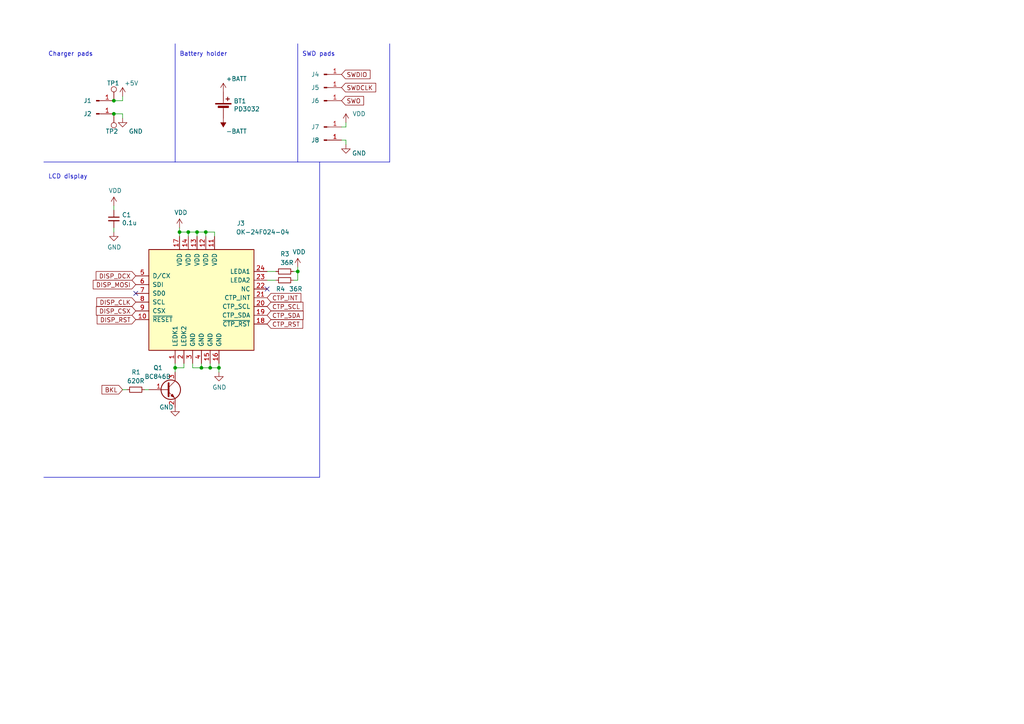
<source format=kicad_sch>
(kicad_sch (version 20230121) (generator eeschema)

  (uuid 640b9fc2-da93-478f-8e37-bea7dc3a1c83)

  (paper "A4")

  (title_block
    (title "Connectors")
  )

  (lib_symbols
    (symbol "Connector:TestPoint" (pin_numbers hide) (pin_names (offset 0.762) hide) (in_bom yes) (on_board yes)
      (property "Reference" "TP" (at 0 6.858 0)
        (effects (font (size 1.27 1.27)))
      )
      (property "Value" "TestPoint" (at 0 5.08 0)
        (effects (font (size 1.27 1.27)))
      )
      (property "Footprint" "" (at 5.08 0 0)
        (effects (font (size 1.27 1.27)) hide)
      )
      (property "Datasheet" "~" (at 5.08 0 0)
        (effects (font (size 1.27 1.27)) hide)
      )
      (property "ki_keywords" "test point tp" (at 0 0 0)
        (effects (font (size 1.27 1.27)) hide)
      )
      (property "ki_description" "test point" (at 0 0 0)
        (effects (font (size 1.27 1.27)) hide)
      )
      (property "ki_fp_filters" "Pin* Test*" (at 0 0 0)
        (effects (font (size 1.27 1.27)) hide)
      )
      (symbol "TestPoint_0_1"
        (circle (center 0 3.302) (radius 0.762)
          (stroke (width 0) (type default))
          (fill (type none))
        )
      )
      (symbol "TestPoint_1_1"
        (pin passive line (at 0 0 90) (length 2.54)
          (name "1" (effects (font (size 1.27 1.27))))
          (number "1" (effects (font (size 1.27 1.27))))
        )
      )
    )
    (symbol "Device:Battery_Cell" (pin_numbers hide) (pin_names (offset 0) hide) (in_bom yes) (on_board yes)
      (property "Reference" "BT" (at 2.54 2.54 0)
        (effects (font (size 1.27 1.27)) (justify left))
      )
      (property "Value" "Battery_Cell" (at 2.54 0 0)
        (effects (font (size 1.27 1.27)) (justify left))
      )
      (property "Footprint" "" (at 0 1.524 90)
        (effects (font (size 1.27 1.27)) hide)
      )
      (property "Datasheet" "~" (at 0 1.524 90)
        (effects (font (size 1.27 1.27)) hide)
      )
      (property "ki_keywords" "battery cell" (at 0 0 0)
        (effects (font (size 1.27 1.27)) hide)
      )
      (property "ki_description" "Single-cell battery" (at 0 0 0)
        (effects (font (size 1.27 1.27)) hide)
      )
      (symbol "Battery_Cell_0_1"
        (rectangle (start -2.286 1.778) (end 2.286 1.524)
          (stroke (width 0) (type default))
          (fill (type outline))
        )
        (rectangle (start -1.524 1.016) (end 1.524 0.508)
          (stroke (width 0) (type default))
          (fill (type outline))
        )
        (polyline
          (pts
            (xy 0 0.762)
            (xy 0 0)
          )
          (stroke (width 0) (type default))
          (fill (type none))
        )
        (polyline
          (pts
            (xy 0 1.778)
            (xy 0 2.54)
          )
          (stroke (width 0) (type default))
          (fill (type none))
        )
        (polyline
          (pts
            (xy 0.762 3.048)
            (xy 1.778 3.048)
          )
          (stroke (width 0.254) (type default))
          (fill (type none))
        )
        (polyline
          (pts
            (xy 1.27 3.556)
            (xy 1.27 2.54)
          )
          (stroke (width 0.254) (type default))
          (fill (type none))
        )
      )
      (symbol "Battery_Cell_1_1"
        (pin passive line (at 0 5.08 270) (length 2.54)
          (name "+" (effects (font (size 1.27 1.27))))
          (number "1" (effects (font (size 1.27 1.27))))
        )
        (pin passive line (at 0 -2.54 90) (length 2.54)
          (name "-" (effects (font (size 1.27 1.27))))
          (number "2" (effects (font (size 1.27 1.27))))
        )
      )
    )
    (symbol "Device:C_Small" (pin_numbers hide) (pin_names (offset 0.254) hide) (in_bom yes) (on_board yes)
      (property "Reference" "C" (at 0.254 1.778 0)
        (effects (font (size 1.27 1.27)) (justify left))
      )
      (property "Value" "C_Small" (at 0.254 -2.032 0)
        (effects (font (size 1.27 1.27)) (justify left))
      )
      (property "Footprint" "" (at 0 0 0)
        (effects (font (size 1.27 1.27)) hide)
      )
      (property "Datasheet" "~" (at 0 0 0)
        (effects (font (size 1.27 1.27)) hide)
      )
      (property "ki_keywords" "capacitor cap" (at 0 0 0)
        (effects (font (size 1.27 1.27)) hide)
      )
      (property "ki_description" "Unpolarized capacitor, small symbol" (at 0 0 0)
        (effects (font (size 1.27 1.27)) hide)
      )
      (property "ki_fp_filters" "C_*" (at 0 0 0)
        (effects (font (size 1.27 1.27)) hide)
      )
      (symbol "C_Small_0_1"
        (polyline
          (pts
            (xy -1.524 -0.508)
            (xy 1.524 -0.508)
          )
          (stroke (width 0.3302) (type default))
          (fill (type none))
        )
        (polyline
          (pts
            (xy -1.524 0.508)
            (xy 1.524 0.508)
          )
          (stroke (width 0.3048) (type default))
          (fill (type none))
        )
      )
      (symbol "C_Small_1_1"
        (pin passive line (at 0 2.54 270) (length 2.032)
          (name "~" (effects (font (size 1.27 1.27))))
          (number "1" (effects (font (size 1.27 1.27))))
        )
        (pin passive line (at 0 -2.54 90) (length 2.032)
          (name "~" (effects (font (size 1.27 1.27))))
          (number "2" (effects (font (size 1.27 1.27))))
        )
      )
    )
    (symbol "Device:Q_NPN_BEC" (pin_names (offset 0) hide) (in_bom yes) (on_board yes)
      (property "Reference" "Q" (at 5.08 1.27 0)
        (effects (font (size 1.27 1.27)) (justify left))
      )
      (property "Value" "Q_NPN_BEC" (at 5.08 -1.27 0)
        (effects (font (size 1.27 1.27)) (justify left))
      )
      (property "Footprint" "" (at 5.08 2.54 0)
        (effects (font (size 1.27 1.27)) hide)
      )
      (property "Datasheet" "~" (at 0 0 0)
        (effects (font (size 1.27 1.27)) hide)
      )
      (property "ki_keywords" "transistor NPN" (at 0 0 0)
        (effects (font (size 1.27 1.27)) hide)
      )
      (property "ki_description" "NPN transistor, base/emitter/collector" (at 0 0 0)
        (effects (font (size 1.27 1.27)) hide)
      )
      (symbol "Q_NPN_BEC_0_1"
        (polyline
          (pts
            (xy 0.635 0.635)
            (xy 2.54 2.54)
          )
          (stroke (width 0) (type default))
          (fill (type none))
        )
        (polyline
          (pts
            (xy 0.635 -0.635)
            (xy 2.54 -2.54)
            (xy 2.54 -2.54)
          )
          (stroke (width 0) (type default))
          (fill (type none))
        )
        (polyline
          (pts
            (xy 0.635 1.905)
            (xy 0.635 -1.905)
            (xy 0.635 -1.905)
          )
          (stroke (width 0.508) (type default))
          (fill (type none))
        )
        (polyline
          (pts
            (xy 1.27 -1.778)
            (xy 1.778 -1.27)
            (xy 2.286 -2.286)
            (xy 1.27 -1.778)
            (xy 1.27 -1.778)
          )
          (stroke (width 0) (type default))
          (fill (type outline))
        )
        (circle (center 1.27 0) (radius 2.8194)
          (stroke (width 0.254) (type default))
          (fill (type none))
        )
      )
      (symbol "Q_NPN_BEC_1_1"
        (pin input line (at -5.08 0 0) (length 5.715)
          (name "B" (effects (font (size 1.27 1.27))))
          (number "1" (effects (font (size 1.27 1.27))))
        )
        (pin passive line (at 2.54 -5.08 90) (length 2.54)
          (name "E" (effects (font (size 1.27 1.27))))
          (number "2" (effects (font (size 1.27 1.27))))
        )
        (pin passive line (at 2.54 5.08 270) (length 2.54)
          (name "C" (effects (font (size 1.27 1.27))))
          (number "3" (effects (font (size 1.27 1.27))))
        )
      )
    )
    (symbol "Device:R_Small" (pin_numbers hide) (pin_names (offset 0.254) hide) (in_bom yes) (on_board yes)
      (property "Reference" "R" (at 0.762 0.508 0)
        (effects (font (size 1.27 1.27)) (justify left))
      )
      (property "Value" "R_Small" (at 0.762 -1.016 0)
        (effects (font (size 1.27 1.27)) (justify left))
      )
      (property "Footprint" "" (at 0 0 0)
        (effects (font (size 1.27 1.27)) hide)
      )
      (property "Datasheet" "~" (at 0 0 0)
        (effects (font (size 1.27 1.27)) hide)
      )
      (property "ki_keywords" "R resistor" (at 0 0 0)
        (effects (font (size 1.27 1.27)) hide)
      )
      (property "ki_description" "Resistor, small symbol" (at 0 0 0)
        (effects (font (size 1.27 1.27)) hide)
      )
      (property "ki_fp_filters" "R_*" (at 0 0 0)
        (effects (font (size 1.27 1.27)) hide)
      )
      (symbol "R_Small_0_1"
        (rectangle (start -0.762 1.778) (end 0.762 -1.778)
          (stroke (width 0.2032) (type default))
          (fill (type none))
        )
      )
      (symbol "R_Small_1_1"
        (pin passive line (at 0 2.54 270) (length 0.762)
          (name "~" (effects (font (size 1.27 1.27))))
          (number "1" (effects (font (size 1.27 1.27))))
        )
        (pin passive line (at 0 -2.54 90) (length 0.762)
          (name "~" (effects (font (size 1.27 1.27))))
          (number "2" (effects (font (size 1.27 1.27))))
        )
      )
    )
    (symbol "SmartWatch-rescue:Conn_01x01_Male-Connector" (pin_names (offset 1.016) hide) (in_bom yes) (on_board yes)
      (property "Reference" "J" (at 0 2.54 0)
        (effects (font (size 1.27 1.27)))
      )
      (property "Value" "Connector_Conn_01x01_Male" (at 0 -2.54 0)
        (effects (font (size 1.27 1.27)))
      )
      (property "Footprint" "" (at 0 0 0)
        (effects (font (size 1.27 1.27)) hide)
      )
      (property "Datasheet" "" (at 0 0 0)
        (effects (font (size 1.27 1.27)) hide)
      )
      (property "ki_fp_filters" "Connector*:*" (at 0 0 0)
        (effects (font (size 1.27 1.27)) hide)
      )
      (symbol "Conn_01x01_Male-Connector_1_1"
        (polyline
          (pts
            (xy 1.27 0)
            (xy 0.8636 0)
          )
          (stroke (width 0.1524) (type solid))
          (fill (type none))
        )
        (rectangle (start 0.8636 0.127) (end 0 -0.127)
          (stroke (width 0.1524) (type solid))
          (fill (type outline))
        )
        (pin passive line (at 5.08 0 180) (length 3.81)
          (name "Pin_1" (effects (font (size 1.27 1.27))))
          (number "1" (effects (font (size 1.27 1.27))))
        )
      )
    )
    (symbol "power:+5V" (power) (pin_names (offset 0)) (in_bom yes) (on_board yes)
      (property "Reference" "#PWR" (at 0 -3.81 0)
        (effects (font (size 1.27 1.27)) hide)
      )
      (property "Value" "+5V" (at 0 3.556 0)
        (effects (font (size 1.27 1.27)))
      )
      (property "Footprint" "" (at 0 0 0)
        (effects (font (size 1.27 1.27)) hide)
      )
      (property "Datasheet" "" (at 0 0 0)
        (effects (font (size 1.27 1.27)) hide)
      )
      (property "ki_keywords" "global power" (at 0 0 0)
        (effects (font (size 1.27 1.27)) hide)
      )
      (property "ki_description" "Power symbol creates a global label with name \"+5V\"" (at 0 0 0)
        (effects (font (size 1.27 1.27)) hide)
      )
      (symbol "+5V_0_1"
        (polyline
          (pts
            (xy -0.762 1.27)
            (xy 0 2.54)
          )
          (stroke (width 0) (type default))
          (fill (type none))
        )
        (polyline
          (pts
            (xy 0 0)
            (xy 0 2.54)
          )
          (stroke (width 0) (type default))
          (fill (type none))
        )
        (polyline
          (pts
            (xy 0 2.54)
            (xy 0.762 1.27)
          )
          (stroke (width 0) (type default))
          (fill (type none))
        )
      )
      (symbol "+5V_1_1"
        (pin power_in line (at 0 0 90) (length 0) hide
          (name "+5V" (effects (font (size 1.27 1.27))))
          (number "1" (effects (font (size 1.27 1.27))))
        )
      )
    )
    (symbol "power:+BATT" (power) (pin_names (offset 0)) (in_bom yes) (on_board yes)
      (property "Reference" "#PWR" (at 0 -3.81 0)
        (effects (font (size 1.27 1.27)) hide)
      )
      (property "Value" "+BATT" (at 0 3.556 0)
        (effects (font (size 1.27 1.27)))
      )
      (property "Footprint" "" (at 0 0 0)
        (effects (font (size 1.27 1.27)) hide)
      )
      (property "Datasheet" "" (at 0 0 0)
        (effects (font (size 1.27 1.27)) hide)
      )
      (property "ki_keywords" "global power battery" (at 0 0 0)
        (effects (font (size 1.27 1.27)) hide)
      )
      (property "ki_description" "Power symbol creates a global label with name \"+BATT\"" (at 0 0 0)
        (effects (font (size 1.27 1.27)) hide)
      )
      (symbol "+BATT_0_1"
        (polyline
          (pts
            (xy -0.762 1.27)
            (xy 0 2.54)
          )
          (stroke (width 0) (type default))
          (fill (type none))
        )
        (polyline
          (pts
            (xy 0 0)
            (xy 0 2.54)
          )
          (stroke (width 0) (type default))
          (fill (type none))
        )
        (polyline
          (pts
            (xy 0 2.54)
            (xy 0.762 1.27)
          )
          (stroke (width 0) (type default))
          (fill (type none))
        )
      )
      (symbol "+BATT_1_1"
        (pin power_in line (at 0 0 90) (length 0) hide
          (name "+BATT" (effects (font (size 1.27 1.27))))
          (number "1" (effects (font (size 1.27 1.27))))
        )
      )
    )
    (symbol "power:-BATT" (power) (pin_names (offset 0)) (in_bom yes) (on_board yes)
      (property "Reference" "#PWR" (at 0 -3.81 0)
        (effects (font (size 1.27 1.27)) hide)
      )
      (property "Value" "-BATT" (at 0 3.556 0)
        (effects (font (size 1.27 1.27)))
      )
      (property "Footprint" "" (at 0 0 0)
        (effects (font (size 1.27 1.27)) hide)
      )
      (property "Datasheet" "" (at 0 0 0)
        (effects (font (size 1.27 1.27)) hide)
      )
      (property "ki_keywords" "global power battery" (at 0 0 0)
        (effects (font (size 1.27 1.27)) hide)
      )
      (property "ki_description" "Power symbol creates a global label with name \"-BATT\"" (at 0 0 0)
        (effects (font (size 1.27 1.27)) hide)
      )
      (symbol "-BATT_0_1"
        (polyline
          (pts
            (xy 0 0)
            (xy 0 2.54)
          )
          (stroke (width 0) (type default))
          (fill (type none))
        )
        (polyline
          (pts
            (xy 0.762 1.27)
            (xy -0.762 1.27)
            (xy 0 2.54)
            (xy 0.762 1.27)
          )
          (stroke (width 0) (type default))
          (fill (type outline))
        )
      )
      (symbol "-BATT_1_1"
        (pin power_in line (at 0 0 90) (length 0) hide
          (name "-BATT" (effects (font (size 1.27 1.27))))
          (number "1" (effects (font (size 1.27 1.27))))
        )
      )
    )
    (symbol "power:GND" (power) (pin_names (offset 0)) (in_bom yes) (on_board yes)
      (property "Reference" "#PWR" (at 0 -6.35 0)
        (effects (font (size 1.27 1.27)) hide)
      )
      (property "Value" "GND" (at 0 -3.81 0)
        (effects (font (size 1.27 1.27)))
      )
      (property "Footprint" "" (at 0 0 0)
        (effects (font (size 1.27 1.27)) hide)
      )
      (property "Datasheet" "" (at 0 0 0)
        (effects (font (size 1.27 1.27)) hide)
      )
      (property "ki_keywords" "global power" (at 0 0 0)
        (effects (font (size 1.27 1.27)) hide)
      )
      (property "ki_description" "Power symbol creates a global label with name \"GND\" , ground" (at 0 0 0)
        (effects (font (size 1.27 1.27)) hide)
      )
      (symbol "GND_0_1"
        (polyline
          (pts
            (xy 0 0)
            (xy 0 -1.27)
            (xy 1.27 -1.27)
            (xy 0 -2.54)
            (xy -1.27 -1.27)
            (xy 0 -1.27)
          )
          (stroke (width 0) (type default))
          (fill (type none))
        )
      )
      (symbol "GND_1_1"
        (pin power_in line (at 0 0 270) (length 0) hide
          (name "GND" (effects (font (size 1.27 1.27))))
          (number "1" (effects (font (size 1.27 1.27))))
        )
      )
    )
    (symbol "power:VDD" (power) (pin_names (offset 0)) (in_bom yes) (on_board yes)
      (property "Reference" "#PWR" (at 0 -3.81 0)
        (effects (font (size 1.27 1.27)) hide)
      )
      (property "Value" "VDD" (at 0 3.81 0)
        (effects (font (size 1.27 1.27)))
      )
      (property "Footprint" "" (at 0 0 0)
        (effects (font (size 1.27 1.27)) hide)
      )
      (property "Datasheet" "" (at 0 0 0)
        (effects (font (size 1.27 1.27)) hide)
      )
      (property "ki_keywords" "global power" (at 0 0 0)
        (effects (font (size 1.27 1.27)) hide)
      )
      (property "ki_description" "Power symbol creates a global label with name \"VDD\"" (at 0 0 0)
        (effects (font (size 1.27 1.27)) hide)
      )
      (symbol "VDD_0_1"
        (polyline
          (pts
            (xy -0.762 1.27)
            (xy 0 2.54)
          )
          (stroke (width 0) (type default))
          (fill (type none))
        )
        (polyline
          (pts
            (xy 0 0)
            (xy 0 2.54)
          )
          (stroke (width 0) (type default))
          (fill (type none))
        )
        (polyline
          (pts
            (xy 0 2.54)
            (xy 0.762 1.27)
          )
          (stroke (width 0) (type default))
          (fill (type none))
        )
      )
      (symbol "VDD_1_1"
        (pin power_in line (at 0 0 90) (length 0) hide
          (name "VDD" (effects (font (size 1.27 1.27))))
          (number "1" (effects (font (size 1.27 1.27))))
        )
      )
    )
    (symbol "smartwatch:OK-24F024-04" (pin_names (offset 1.016)) (in_bom yes) (on_board yes)
      (property "Reference" "J" (at 0 26.67 0)
        (effects (font (size 1.27 1.27)))
      )
      (property "Value" "OK-24F024-04" (at -1.27 -27.94 0)
        (effects (font (size 1.27 1.27)))
      )
      (property "Footprint" "SmartWatch:OK-24F024-04" (at 0 -30.48 0)
        (effects (font (size 1.27 1.27)) hide)
      )
      (property "Datasheet" "" (at 0 26.67 0)
        (effects (font (size 1.27 1.27)) hide)
      )
      (symbol "OK-24F024-04_1_1"
        (rectangle (start -15.24 13.97) (end 15.24 -15.24)
          (stroke (width 0.254) (type solid))
          (fill (type background))
        )
        (pin passive line (at -7.62 -19.05 90) (length 3.81)
          (name "LEDK1" (effects (font (size 1.27 1.27))))
          (number "1" (effects (font (size 1.27 1.27))))
        )
        (pin passive line (at -19.05 -6.35 0) (length 3.81)
          (name "~{RESET}" (effects (font (size 1.27 1.27))))
          (number "10" (effects (font (size 1.27 1.27))))
        )
        (pin passive line (at 3.81 17.78 270) (length 3.81)
          (name "VDD" (effects (font (size 1.27 1.27))))
          (number "11" (effects (font (size 1.27 1.27))))
        )
        (pin passive line (at 1.27 17.78 270) (length 3.81)
          (name "VDD" (effects (font (size 1.27 1.27))))
          (number "12" (effects (font (size 1.27 1.27))))
        )
        (pin passive line (at -1.27 17.78 270) (length 3.81)
          (name "VDD" (effects (font (size 1.27 1.27))))
          (number "13" (effects (font (size 1.27 1.27))))
        )
        (pin passive line (at -3.81 17.78 270) (length 3.81)
          (name "VDD" (effects (font (size 1.27 1.27))))
          (number "14" (effects (font (size 1.27 1.27))))
        )
        (pin passive line (at 2.54 -19.05 90) (length 3.81)
          (name "GND" (effects (font (size 1.27 1.27))))
          (number "15" (effects (font (size 1.27 1.27))))
        )
        (pin passive line (at 5.08 -19.05 90) (length 3.81)
          (name "GND" (effects (font (size 1.27 1.27))))
          (number "16" (effects (font (size 1.27 1.27))))
        )
        (pin passive line (at -6.35 17.78 270) (length 3.81)
          (name "VDD" (effects (font (size 1.27 1.27))))
          (number "17" (effects (font (size 1.27 1.27))))
        )
        (pin passive line (at 19.05 -7.62 180) (length 3.81)
          (name "~{CTP_RST}" (effects (font (size 1.27 1.27))))
          (number "18" (effects (font (size 1.27 1.27))))
        )
        (pin passive line (at 19.05 -5.08 180) (length 3.81)
          (name "CTP_SDA" (effects (font (size 1.27 1.27))))
          (number "19" (effects (font (size 1.27 1.27))))
        )
        (pin passive line (at -5.08 -19.05 90) (length 3.81)
          (name "LEDK2" (effects (font (size 1.27 1.27))))
          (number "2" (effects (font (size 1.27 1.27))))
        )
        (pin passive line (at 19.05 -2.54 180) (length 3.81)
          (name "CTP_SCL" (effects (font (size 1.27 1.27))))
          (number "20" (effects (font (size 1.27 1.27))))
        )
        (pin passive line (at 19.05 0 180) (length 3.81)
          (name "CTP_INT" (effects (font (size 1.27 1.27))))
          (number "21" (effects (font (size 1.27 1.27))))
        )
        (pin passive line (at 19.05 2.54 180) (length 3.81)
          (name "NC" (effects (font (size 1.27 1.27))))
          (number "22" (effects (font (size 1.27 1.27))))
        )
        (pin passive line (at 19.05 5.08 180) (length 3.81)
          (name "LEDA2" (effects (font (size 1.27 1.27))))
          (number "23" (effects (font (size 1.27 1.27))))
        )
        (pin passive line (at 19.05 7.62 180) (length 3.81)
          (name "LEDA1" (effects (font (size 1.27 1.27))))
          (number "24" (effects (font (size 1.27 1.27))))
        )
        (pin passive line (at -2.54 -19.05 90) (length 3.81)
          (name "GND" (effects (font (size 1.27 1.27))))
          (number "3" (effects (font (size 1.27 1.27))))
        )
        (pin passive line (at 0 -19.05 90) (length 3.81)
          (name "GND" (effects (font (size 1.27 1.27))))
          (number "4" (effects (font (size 1.27 1.27))))
        )
        (pin passive line (at -19.05 6.35 0) (length 3.81)
          (name "D/CX" (effects (font (size 1.27 1.27))))
          (number "5" (effects (font (size 1.27 1.27))))
        )
        (pin passive line (at -19.05 3.81 0) (length 3.81)
          (name "SDI" (effects (font (size 1.27 1.27))))
          (number "6" (effects (font (size 1.27 1.27))))
        )
        (pin passive line (at -19.05 1.27 0) (length 3.81)
          (name "SD0" (effects (font (size 1.27 1.27))))
          (number "7" (effects (font (size 1.27 1.27))))
        )
        (pin passive line (at -19.05 -1.27 0) (length 3.81)
          (name "SCL" (effects (font (size 1.27 1.27))))
          (number "8" (effects (font (size 1.27 1.27))))
        )
        (pin passive line (at -19.05 -3.81 0) (length 3.81)
          (name "CSX" (effects (font (size 1.27 1.27))))
          (number "9" (effects (font (size 1.27 1.27))))
        )
      )
    )
  )

  (junction (at 58.42 106.68) (diameter 0) (color 0 0 0 0)
    (uuid 020b06ab-b91e-4b1d-87d7-18e5137a4f53)
  )
  (junction (at 86.36 78.74) (diameter 0) (color 0 0 0 0)
    (uuid 025bd4a4-3203-4fbd-8ea2-e1ac518eab7d)
  )
  (junction (at 57.15 67.31) (diameter 0) (color 0 0 0 0)
    (uuid 0c30cfc3-d79c-4c71-88f1-ebf085de1d25)
  )
  (junction (at 59.69 67.31) (diameter 0) (color 0 0 0 0)
    (uuid 0cd8ce1c-ec57-475f-bcad-cc9643106b84)
  )
  (junction (at 52.07 67.31) (diameter 0) (color 0 0 0 0)
    (uuid 292234e5-a288-472d-860c-ef71f8305e42)
  )
  (junction (at 60.96 106.68) (diameter 0) (color 0 0 0 0)
    (uuid 735f9fe7-6a1b-4676-bfa1-fac5f10e050a)
  )
  (junction (at 63.5 106.68) (diameter 0) (color 0 0 0 0)
    (uuid 85c2c781-b14a-4a49-af08-78abfaccee48)
  )
  (junction (at 50.8 106.68) (diameter 0) (color 0 0 0 0)
    (uuid a65f21af-d2c7-435b-82b2-2894a39894b3)
  )
  (junction (at 54.61 67.31) (diameter 0) (color 0 0 0 0)
    (uuid b4b94109-dd82-46e2-83cf-f1eefd0ae1fa)
  )
  (junction (at 33.02 29.21) (diameter 0) (color 0 0 0 0)
    (uuid bc0c3ebf-a57b-4674-b68e-23a45879fa24)
  )
  (junction (at 33.02 33.02) (diameter 0) (color 0 0 0 0)
    (uuid cba19954-a6fa-4169-b6cc-24cca33e76fa)
  )

  (no_connect (at 39.37 85.09) (uuid 70e12b4f-2534-4a37-ac79-4678b3ca6c3a))
  (no_connect (at 77.47 83.82) (uuid fe99be20-fe12-4d8c-ac9e-69c626146933))

  (wire (pts (xy 63.5 106.68) (xy 63.5 107.95))
    (stroke (width 0) (type default))
    (uuid 085cc44b-b7f7-4ba4-98ad-cb2280b744b3)
  )
  (wire (pts (xy 86.36 81.28) (xy 86.36 78.74))
    (stroke (width 0) (type default))
    (uuid 0d50798b-6206-40f4-a061-de4c077d8bda)
  )
  (wire (pts (xy 33.02 66.04) (xy 33.02 67.31))
    (stroke (width 0) (type default))
    (uuid 0dda6e5a-1f31-402a-80a3-79322f6b4e8d)
  )
  (wire (pts (xy 57.15 67.31) (xy 59.69 67.31))
    (stroke (width 0) (type default))
    (uuid 13b675e9-c135-4153-be9e-64418b49bcf3)
  )
  (wire (pts (xy 55.88 105.41) (xy 55.88 106.68))
    (stroke (width 0) (type default))
    (uuid 273fd606-24ca-404d-9bfa-6a45e724dcfd)
  )
  (polyline (pts (xy 92.71 138.43) (xy 12.7 138.43))
    (stroke (width 0) (type default))
    (uuid 27f77621-f73b-4fa7-925a-9e6f6b14a769)
  )

  (wire (pts (xy 57.15 68.58) (xy 57.15 67.31))
    (stroke (width 0) (type default))
    (uuid 28f59777-ba66-4957-ab2a-00f5c7d95b0b)
  )
  (polyline (pts (xy 92.71 46.99) (xy 92.71 138.43))
    (stroke (width 0) (type default))
    (uuid 3261b8eb-7574-4218-acc0-8d68b3a25494)
  )

  (wire (pts (xy 33.02 29.21) (xy 35.56 29.21))
    (stroke (width 0) (type default))
    (uuid 35c758ed-3e2e-4307-b93f-8efdd6334555)
  )
  (polyline (pts (xy 12.7 46.99) (xy 113.03 46.99))
    (stroke (width 0) (type default))
    (uuid 3aeebcf3-de4d-4ddc-9add-85e91df8eed7)
  )

  (wire (pts (xy 52.07 66.04) (xy 52.07 67.31))
    (stroke (width 0) (type default))
    (uuid 4a1451aa-114a-446f-ad9f-edaf1bdbc041)
  )
  (wire (pts (xy 85.09 78.74) (xy 86.36 78.74))
    (stroke (width 0) (type default))
    (uuid 4b2d5772-c450-4c4f-abd0-49b513f7ae24)
  )
  (wire (pts (xy 33.02 33.02) (xy 35.56 33.02))
    (stroke (width 0) (type default))
    (uuid 4f0e7567-319a-4365-891a-169a1b2a19d3)
  )
  (wire (pts (xy 63.5 105.41) (xy 63.5 106.68))
    (stroke (width 0) (type default))
    (uuid 5e7e50e6-c7a9-4f77-8747-f6213f134204)
  )
  (wire (pts (xy 52.07 67.31) (xy 54.61 67.31))
    (stroke (width 0) (type default))
    (uuid 5f1c0011-2acc-4ed8-a401-ae9bf50bbe8d)
  )
  (polyline (pts (xy 113.03 46.99) (xy 113.03 12.7))
    (stroke (width 0) (type default))
    (uuid 609fbced-499c-48c2-beac-142fdf90d13c)
  )

  (wire (pts (xy 60.96 106.68) (xy 63.5 106.68))
    (stroke (width 0) (type default))
    (uuid 63a467f5-e078-48d8-b65a-30522647aa24)
  )
  (wire (pts (xy 54.61 67.31) (xy 57.15 67.31))
    (stroke (width 0) (type default))
    (uuid 68c6a285-aa2c-4c32-a95a-035ecc848aae)
  )
  (wire (pts (xy 41.91 113.03) (xy 43.18 113.03))
    (stroke (width 0) (type default))
    (uuid 6ecc7008-d34e-4276-a9c9-61f1c7547b29)
  )
  (wire (pts (xy 53.34 105.41) (xy 53.34 106.68))
    (stroke (width 0) (type default))
    (uuid 6eec82b9-9c15-41ba-a417-8f6814b1529d)
  )
  (wire (pts (xy 52.07 67.31) (xy 52.07 68.58))
    (stroke (width 0) (type default))
    (uuid 77947633-902d-4071-9660-03a3efca47ea)
  )
  (wire (pts (xy 35.56 113.03) (xy 36.83 113.03))
    (stroke (width 0) (type default))
    (uuid 77985a7a-8275-41d5-be44-104329f279a2)
  )
  (wire (pts (xy 33.02 59.69) (xy 33.02 60.96))
    (stroke (width 0) (type default))
    (uuid 7c3e059a-ba17-482c-8705-120a0f0a6523)
  )
  (wire (pts (xy 80.01 81.28) (xy 77.47 81.28))
    (stroke (width 0) (type default))
    (uuid 8119652f-6d9c-4191-9d96-c45740a37183)
  )
  (wire (pts (xy 54.61 67.31) (xy 54.61 68.58))
    (stroke (width 0) (type default))
    (uuid 82825407-6da7-4f93-b0f6-5ec2baaabdd3)
  )
  (wire (pts (xy 59.69 67.31) (xy 62.23 67.31))
    (stroke (width 0) (type default))
    (uuid 8b935335-e661-4f3f-b5ba-b1f1f0a71c39)
  )
  (wire (pts (xy 35.56 29.21) (xy 35.56 27.94))
    (stroke (width 0) (type default))
    (uuid 8c7edacc-6b74-4161-9d6d-eef95ccf1c4b)
  )
  (wire (pts (xy 60.96 105.41) (xy 60.96 106.68))
    (stroke (width 0) (type default))
    (uuid 9801435a-a5be-47b8-9356-cf7d8618adc7)
  )
  (wire (pts (xy 50.8 106.68) (xy 50.8 107.95))
    (stroke (width 0) (type default))
    (uuid 9c815a1f-c81a-464a-a2a7-a94c527d6c6c)
  )
  (wire (pts (xy 80.01 78.74) (xy 77.47 78.74))
    (stroke (width 0) (type default))
    (uuid a14a0e44-cf84-4a5e-a58e-785ff816fa79)
  )
  (wire (pts (xy 99.06 40.64) (xy 100.33 40.64))
    (stroke (width 0) (type default))
    (uuid a55986d9-4283-4713-8413-a0e5ddc7630b)
  )
  (wire (pts (xy 55.88 106.68) (xy 58.42 106.68))
    (stroke (width 0) (type default))
    (uuid b51b83d9-f0ae-4fb2-8673-639647f3d07a)
  )
  (wire (pts (xy 100.33 40.64) (xy 100.33 41.91))
    (stroke (width 0) (type default))
    (uuid b678e469-90ed-4669-be0f-3f412a399716)
  )
  (wire (pts (xy 58.42 106.68) (xy 60.96 106.68))
    (stroke (width 0) (type default))
    (uuid bb5f57d8-aa25-4cb6-ac0a-c8d219e2452f)
  )
  (polyline (pts (xy 86.36 12.7) (xy 86.36 46.99))
    (stroke (width 0) (type default))
    (uuid bc133562-ee7d-463c-8ad6-52fc2eb262cb)
  )

  (wire (pts (xy 99.06 36.83) (xy 100.33 36.83))
    (stroke (width 0) (type default))
    (uuid bcbba34b-2122-4248-9759-ece4e286384a)
  )
  (wire (pts (xy 85.09 81.28) (xy 86.36 81.28))
    (stroke (width 0) (type default))
    (uuid bf3cf1bc-d39f-4a97-9bd1-f042ec875387)
  )
  (wire (pts (xy 58.42 105.41) (xy 58.42 106.68))
    (stroke (width 0) (type default))
    (uuid c40afe1b-1d73-4419-a5b4-02bd51239652)
  )
  (wire (pts (xy 86.36 78.74) (xy 86.36 77.47))
    (stroke (width 0) (type default))
    (uuid c60632cc-33f5-4e55-90d9-f1ae01ac861c)
  )
  (wire (pts (xy 59.69 67.31) (xy 59.69 68.58))
    (stroke (width 0) (type default))
    (uuid d3d3079f-56f6-48a8-b39c-0398b0f1257b)
  )
  (wire (pts (xy 35.56 33.02) (xy 35.56 34.29))
    (stroke (width 0) (type default))
    (uuid d7f8087c-d9be-47c2-98ee-444d6e719add)
  )
  (wire (pts (xy 50.8 105.41) (xy 50.8 106.68))
    (stroke (width 0) (type default))
    (uuid dd48ace3-27ad-4580-abc8-4f9528fe6360)
  )
  (polyline (pts (xy 50.8 46.99) (xy 50.8 12.7))
    (stroke (width 0) (type default))
    (uuid e06f2553-741e-4da8-9299-4791771dfb5c)
  )

  (wire (pts (xy 62.23 67.31) (xy 62.23 68.58))
    (stroke (width 0) (type default))
    (uuid e96f8f90-034f-4a40-b133-a2ebafd7e03f)
  )
  (wire (pts (xy 53.34 106.68) (xy 50.8 106.68))
    (stroke (width 0) (type default))
    (uuid f01935f6-5cea-4f2c-9fd4-00ebb50713c5)
  )
  (wire (pts (xy 100.33 36.83) (xy 100.33 35.56))
    (stroke (width 0) (type default))
    (uuid fd548b7b-9b2f-4ec8-9ffd-56d7493257ad)
  )

  (text "SWD pads" (at 87.63 16.51 0)
    (effects (font (size 1.27 1.27)) (justify left bottom))
    (uuid 64c61565-2f5b-42db-848b-7e70cc3fd958)
  )
  (text "Battery holder" (at 52.07 16.51 0)
    (effects (font (size 1.27 1.27)) (justify left bottom))
    (uuid 6fb9f7ec-8378-4668-b2cf-b518f1599d6f)
  )
  (text "LCD display" (at 13.97 52.07 0)
    (effects (font (size 1.27 1.27)) (justify left bottom))
    (uuid be1c8a1b-ac24-4869-9346-0020846c19f5)
  )
  (text "Charger pads\n" (at 13.97 16.51 0)
    (effects (font (size 1.27 1.27)) (justify left bottom))
    (uuid d6d30745-b386-4147-b2f3-b04da576a09c)
  )

  (global_label "SWDCLK" (shape input) (at 99.06 25.4 0)
    (effects (font (size 1.27 1.27)) (justify left))
    (uuid 4212164c-7da2-4151-84fb-6936e30da5af)
    (property "Intersheetrefs" "${INTERSHEET_REFS}" (at 99.06 25.4 0)
      (effects (font (size 1.27 1.27)) hide)
    )
  )
  (global_label "CTP_INT" (shape input) (at 77.47 86.36 0)
    (effects (font (size 1.27 1.27)) (justify left))
    (uuid 5fe375b7-3abf-4141-adfc-baec262b54a8)
    (property "Intersheetrefs" "${INTERSHEET_REFS}" (at 77.47 86.36 0)
      (effects (font (size 1.27 1.27)) hide)
    )
  )
  (global_label "DISP_CLK" (shape input) (at 39.37 87.63 180)
    (effects (font (size 1.27 1.27)) (justify right))
    (uuid 87692c29-1416-4661-b52d-b2254043a572)
    (property "Intersheetrefs" "${INTERSHEET_REFS}" (at 39.37 87.63 0)
      (effects (font (size 1.27 1.27)) hide)
    )
  )
  (global_label "CTP_SCL" (shape input) (at 77.47 88.9 0)
    (effects (font (size 1.27 1.27)) (justify left))
    (uuid 8f12d717-0541-4162-94ae-e6285078453c)
    (property "Intersheetrefs" "${INTERSHEET_REFS}" (at 77.47 88.9 0)
      (effects (font (size 1.27 1.27)) hide)
    )
  )
  (global_label "DISP_RST" (shape input) (at 39.37 92.71 180)
    (effects (font (size 1.27 1.27)) (justify right))
    (uuid 9e3a210b-41e0-472a-aa0c-a2fd592afda5)
    (property "Intersheetrefs" "${INTERSHEET_REFS}" (at 39.37 92.71 0)
      (effects (font (size 1.27 1.27)) hide)
    )
  )
  (global_label "DISP_MOSI" (shape input) (at 39.37 82.55 180)
    (effects (font (size 1.27 1.27)) (justify right))
    (uuid a4b66525-21ee-4344-8b16-31250473314a)
    (property "Intersheetrefs" "${INTERSHEET_REFS}" (at 39.37 82.55 0)
      (effects (font (size 1.27 1.27)) hide)
    )
  )
  (global_label "DISP_CSX" (shape input) (at 39.37 90.17 180)
    (effects (font (size 1.27 1.27)) (justify right))
    (uuid b4f74d0a-1310-4b31-8908-dc01551a0b7d)
    (property "Intersheetrefs" "${INTERSHEET_REFS}" (at 39.37 90.17 0)
      (effects (font (size 1.27 1.27)) hide)
    )
  )
  (global_label "CTP_RST" (shape input) (at 77.47 93.98 0)
    (effects (font (size 1.27 1.27)) (justify left))
    (uuid b658882f-a337-4933-a37a-e3d486e75646)
    (property "Intersheetrefs" "${INTERSHEET_REFS}" (at 77.47 93.98 0)
      (effects (font (size 1.27 1.27)) hide)
    )
  )
  (global_label "SWO" (shape input) (at 99.06 29.21 0)
    (effects (font (size 1.27 1.27)) (justify left))
    (uuid d71755e1-4ba0-4548-909e-2dc7e40d881e)
    (property "Intersheetrefs" "${INTERSHEET_REFS}" (at 99.06 29.21 0)
      (effects (font (size 1.27 1.27)) hide)
    )
  )
  (global_label "CTP_SDA" (shape input) (at 77.47 91.44 0)
    (effects (font (size 1.27 1.27)) (justify left))
    (uuid d8cb16e8-b474-4980-878f-724c3e3fc29d)
    (property "Intersheetrefs" "${INTERSHEET_REFS}" (at 77.47 91.44 0)
      (effects (font (size 1.27 1.27)) hide)
    )
  )
  (global_label "DISP_DCX" (shape input) (at 39.37 80.01 180)
    (effects (font (size 1.27 1.27)) (justify right))
    (uuid e52a1edf-ff1d-4a6a-9d0f-7f7c03d66ce2)
    (property "Intersheetrefs" "${INTERSHEET_REFS}" (at 39.37 80.01 0)
      (effects (font (size 1.27 1.27)) hide)
    )
  )
  (global_label "SWDIO" (shape input) (at 99.06 21.59 0)
    (effects (font (size 1.27 1.27)) (justify left))
    (uuid e7820497-4894-4e75-95ff-e8e6a33efc3a)
    (property "Intersheetrefs" "${INTERSHEET_REFS}" (at 99.06 21.59 0)
      (effects (font (size 1.27 1.27)) hide)
    )
  )
  (global_label "BKL" (shape input) (at 35.56 113.03 180)
    (effects (font (size 1.27 1.27)) (justify right))
    (uuid f66a3fac-59d4-404a-8bda-5c99f96fa8a4)
    (property "Intersheetrefs" "${INTERSHEET_REFS}" (at 35.56 113.03 0)
      (effects (font (size 1.27 1.27)) hide)
    )
  )

  (symbol (lib_id "SmartWatch-rescue:Conn_01x01_Male-Connector") (at 93.98 21.59 0) (unit 1)
    (in_bom yes) (on_board yes) (dnp no)
    (uuid 00000000-0000-0000-0000-000060c6b684)
    (property "Reference" "J4" (at 91.44 21.59 0)
      (effects (font (size 1.27 1.27)))
    )
    (property "Value" "P70-2010045R" (at 92.71 17.78 0)
      (effects (font (size 1.27 1.27)) hide)
    )
    (property "Footprint" "TestPoint:TestPoint_Pad_D2.5mm" (at 93.98 21.59 0)
      (effects (font (size 1.27 1.27)) hide)
    )
    (property "Datasheet" "https://cdn.harwin.com/pdfs/P70-20X.pdf" (at 93.98 21.59 0)
      (effects (font (size 1.27 1.27)) hide)
    )
    (pin "1" (uuid 16deffb1-91e9-4a62-af79-5e901a5756ee))
    (instances
      (project "SmartWatch"
        (path "/6a040108-939a-4ebd-8207-895e1f432dc7/00000000-0000-0000-0000-000060c40ec2"
          (reference "J4") (unit 1)
        )
        (path "/6a040108-939a-4ebd-8207-895e1f432dc7"
          (reference "J?") (unit 1)
        )
      )
    )
  )

  (symbol (lib_id "SmartWatch-rescue:Conn_01x01_Male-Connector") (at 93.98 25.4 0) (unit 1)
    (in_bom yes) (on_board yes) (dnp no)
    (uuid 00000000-0000-0000-0000-000060c6bc60)
    (property "Reference" "J5" (at 91.44 25.4 0)
      (effects (font (size 1.27 1.27)))
    )
    (property "Value" "P70-2010045R" (at 93.98 30.48 0)
      (effects (font (size 1.27 1.27)) hide)
    )
    (property "Footprint" "TestPoint:TestPoint_Pad_D2.5mm" (at 93.98 25.4 0)
      (effects (font (size 1.27 1.27)) hide)
    )
    (property "Datasheet" "https://cdn.harwin.com/pdfs/P70-20X.pdf" (at 93.98 25.4 0)
      (effects (font (size 1.27 1.27)) hide)
    )
    (pin "1" (uuid b6ba05f7-95fa-4e08-bb2a-35620cfbcff8))
    (instances
      (project "SmartWatch"
        (path "/6a040108-939a-4ebd-8207-895e1f432dc7/00000000-0000-0000-0000-000060c40ec2"
          (reference "J5") (unit 1)
        )
        (path "/6a040108-939a-4ebd-8207-895e1f432dc7"
          (reference "J?") (unit 1)
        )
      )
    )
  )

  (symbol (lib_id "SmartWatch-rescue:Conn_01x01_Male-Connector") (at 93.98 29.21 0) (unit 1)
    (in_bom yes) (on_board yes) (dnp no)
    (uuid 00000000-0000-0000-0000-000060c6ca76)
    (property "Reference" "J6" (at 91.44 29.21 0)
      (effects (font (size 1.27 1.27)))
    )
    (property "Value" "P70-2010045R" (at 93.98 34.29 0)
      (effects (font (size 1.27 1.27)) hide)
    )
    (property "Footprint" "TestPoint:TestPoint_Pad_D2.5mm" (at 93.98 29.21 0)
      (effects (font (size 1.27 1.27)) hide)
    )
    (property "Datasheet" "https://cdn.harwin.com/pdfs/P70-20X.pdf" (at 93.98 29.21 0)
      (effects (font (size 1.27 1.27)) hide)
    )
    (pin "1" (uuid 5b7e406e-6135-4a91-b97c-699bb5b3a1c8))
    (instances
      (project "SmartWatch"
        (path "/6a040108-939a-4ebd-8207-895e1f432dc7/00000000-0000-0000-0000-000060c40ec2"
          (reference "J6") (unit 1)
        )
        (path "/6a040108-939a-4ebd-8207-895e1f432dc7"
          (reference "J?") (unit 1)
        )
      )
    )
  )

  (symbol (lib_id "SmartWatch-rescue:Conn_01x01_Male-Connector") (at 93.98 36.83 0) (unit 1)
    (in_bom yes) (on_board yes) (dnp no)
    (uuid 00000000-0000-0000-0000-000060c6d07a)
    (property "Reference" "J7" (at 91.44 36.83 0)
      (effects (font (size 1.27 1.27)))
    )
    (property "Value" "P70-2010045R" (at 93.98 41.91 0)
      (effects (font (size 1.27 1.27)) hide)
    )
    (property "Footprint" "TestPoint:TestPoint_Pad_D2.5mm" (at 93.98 36.83 0)
      (effects (font (size 1.27 1.27)) hide)
    )
    (property "Datasheet" "https://cdn.harwin.com/pdfs/P70-20X.pdf" (at 93.98 36.83 0)
      (effects (font (size 1.27 1.27)) hide)
    )
    (pin "1" (uuid 9d5c25bd-76bf-4222-8dbc-879d998b6fd9))
    (instances
      (project "SmartWatch"
        (path "/6a040108-939a-4ebd-8207-895e1f432dc7/00000000-0000-0000-0000-000060c40ec2"
          (reference "J7") (unit 1)
        )
        (path "/6a040108-939a-4ebd-8207-895e1f432dc7"
          (reference "J?") (unit 1)
        )
      )
    )
  )

  (symbol (lib_id "SmartWatch-rescue:Conn_01x01_Male-Connector") (at 93.98 40.64 0) (unit 1)
    (in_bom yes) (on_board yes) (dnp no)
    (uuid 00000000-0000-0000-0000-000060c6d1a4)
    (property "Reference" "J8" (at 91.44 40.64 0)
      (effects (font (size 1.27 1.27)))
    )
    (property "Value" "P70-2010045R" (at 93.98 45.72 0)
      (effects (font (size 1.27 1.27)) hide)
    )
    (property "Footprint" "TestPoint:TestPoint_Pad_D2.5mm" (at 93.98 40.64 0)
      (effects (font (size 1.27 1.27)) hide)
    )
    (property "Datasheet" "https://cdn.harwin.com/pdfs/P70-20X.pdf" (at 93.98 40.64 0)
      (effects (font (size 1.27 1.27)) hide)
    )
    (pin "1" (uuid bf49ae1a-5d71-4947-bdae-64aa245b22b7))
    (instances
      (project "SmartWatch"
        (path "/6a040108-939a-4ebd-8207-895e1f432dc7/00000000-0000-0000-0000-000060c40ec2"
          (reference "J8") (unit 1)
        )
        (path "/6a040108-939a-4ebd-8207-895e1f432dc7"
          (reference "J?") (unit 1)
        )
      )
    )
  )

  (symbol (lib_id "power:VDD") (at 100.33 35.56 0) (unit 1)
    (in_bom yes) (on_board yes) (dnp no)
    (uuid 00000000-0000-0000-0000-000060c6d704)
    (property "Reference" "#PWR012" (at 100.33 39.37 0)
      (effects (font (size 1.27 1.27)) hide)
    )
    (property "Value" "VDD" (at 104.14 33.02 0)
      (effects (font (size 1.27 1.27)))
    )
    (property "Footprint" "" (at 100.33 35.56 0)
      (effects (font (size 1.27 1.27)) hide)
    )
    (property "Datasheet" "" (at 100.33 35.56 0)
      (effects (font (size 1.27 1.27)) hide)
    )
    (pin "1" (uuid 57f2090a-0804-401d-944d-39a54ee8ff4d))
    (instances
      (project "SmartWatch"
        (path "/6a040108-939a-4ebd-8207-895e1f432dc7/00000000-0000-0000-0000-000060c40ec2"
          (reference "#PWR012") (unit 1)
        )
        (path "/6a040108-939a-4ebd-8207-895e1f432dc7"
          (reference "#PWR?") (unit 1)
        )
      )
    )
  )

  (symbol (lib_id "power:GND") (at 100.33 41.91 0) (unit 1)
    (in_bom yes) (on_board yes) (dnp no)
    (uuid 00000000-0000-0000-0000-000060c6dcef)
    (property "Reference" "#PWR013" (at 100.33 48.26 0)
      (effects (font (size 1.27 1.27)) hide)
    )
    (property "Value" "GND" (at 104.14 44.45 0)
      (effects (font (size 1.27 1.27)))
    )
    (property "Footprint" "" (at 100.33 41.91 0)
      (effects (font (size 1.27 1.27)) hide)
    )
    (property "Datasheet" "" (at 100.33 41.91 0)
      (effects (font (size 1.27 1.27)) hide)
    )
    (pin "1" (uuid 8af22586-abab-4cb1-9dc8-56b48c50ed58))
    (instances
      (project "SmartWatch"
        (path "/6a040108-939a-4ebd-8207-895e1f432dc7/00000000-0000-0000-0000-000060c40ec2"
          (reference "#PWR013") (unit 1)
        )
        (path "/6a040108-939a-4ebd-8207-895e1f432dc7"
          (reference "#PWR?") (unit 1)
        )
      )
    )
  )

  (symbol (lib_id "SmartWatch-rescue:Conn_01x01_Male-Connector") (at 27.94 29.21 0) (unit 1)
    (in_bom yes) (on_board yes) (dnp no)
    (uuid 00000000-0000-0000-0000-000060c9a7d9)
    (property "Reference" "J1" (at 25.4 29.21 0)
      (effects (font (size 1.27 1.27)))
    )
    (property "Value" "P70-2010045R" (at 26.67 25.4 0)
      (effects (font (size 1.27 1.27)) hide)
    )
    (property "Footprint" "TestPoint:TestPoint_Pad_D1.5mm" (at 27.94 29.21 0)
      (effects (font (size 1.27 1.27)) hide)
    )
    (property "Datasheet" "https://cdn.harwin.com/pdfs/P70-20X.pdf" (at 27.94 29.21 0)
      (effects (font (size 1.27 1.27)) hide)
    )
    (pin "1" (uuid f231ca29-c465-4228-a0e3-ceaf81e974dc))
    (instances
      (project "SmartWatch"
        (path "/6a040108-939a-4ebd-8207-895e1f432dc7/00000000-0000-0000-0000-000060c40ec2"
          (reference "J1") (unit 1)
        )
        (path "/6a040108-939a-4ebd-8207-895e1f432dc7"
          (reference "J?") (unit 1)
        )
      )
    )
  )

  (symbol (lib_id "SmartWatch-rescue:Conn_01x01_Male-Connector") (at 27.94 33.02 0) (unit 1)
    (in_bom yes) (on_board yes) (dnp no)
    (uuid 00000000-0000-0000-0000-000060c9a7df)
    (property "Reference" "J2" (at 25.4 33.02 0)
      (effects (font (size 1.27 1.27)))
    )
    (property "Value" "P70-2010045R" (at 27.94 38.1 0)
      (effects (font (size 1.27 1.27)) hide)
    )
    (property "Footprint" "TestPoint:TestPoint_Pad_D1.5mm" (at 27.94 33.02 0)
      (effects (font (size 1.27 1.27)) hide)
    )
    (property "Datasheet" "https://cdn.harwin.com/pdfs/P70-20X.pdf" (at 27.94 33.02 0)
      (effects (font (size 1.27 1.27)) hide)
    )
    (pin "1" (uuid 1139176c-184d-4200-9c60-59638abd4087))
    (instances
      (project "SmartWatch"
        (path "/6a040108-939a-4ebd-8207-895e1f432dc7/00000000-0000-0000-0000-000060c40ec2"
          (reference "J2") (unit 1)
        )
        (path "/6a040108-939a-4ebd-8207-895e1f432dc7"
          (reference "J?") (unit 1)
        )
      )
    )
  )

  (symbol (lib_id "power:+5V") (at 35.56 27.94 0) (unit 1)
    (in_bom yes) (on_board yes) (dnp no)
    (uuid 00000000-0000-0000-0000-000060c9a7e5)
    (property "Reference" "#PWR03" (at 35.56 31.75 0)
      (effects (font (size 1.27 1.27)) hide)
    )
    (property "Value" "+5V" (at 38.1 24.13 0)
      (effects (font (size 1.27 1.27)))
    )
    (property "Footprint" "" (at 35.56 27.94 0)
      (effects (font (size 1.27 1.27)) hide)
    )
    (property "Datasheet" "" (at 35.56 27.94 0)
      (effects (font (size 1.27 1.27)) hide)
    )
    (pin "1" (uuid 42ce2d49-93d2-4a3d-b576-c4b9ae2d0296))
    (instances
      (project "SmartWatch"
        (path "/6a040108-939a-4ebd-8207-895e1f432dc7/00000000-0000-0000-0000-000060c40ec2"
          (reference "#PWR03") (unit 1)
        )
        (path "/6a040108-939a-4ebd-8207-895e1f432dc7"
          (reference "#PWR?") (unit 1)
        )
      )
    )
  )

  (symbol (lib_id "power:GND") (at 35.56 34.29 0) (unit 1)
    (in_bom yes) (on_board yes) (dnp no)
    (uuid 00000000-0000-0000-0000-000060c9a7ed)
    (property "Reference" "#PWR04" (at 35.56 40.64 0)
      (effects (font (size 1.27 1.27)) hide)
    )
    (property "Value" "GND" (at 39.37 38.1 0)
      (effects (font (size 1.27 1.27)))
    )
    (property "Footprint" "" (at 35.56 34.29 0)
      (effects (font (size 1.27 1.27)) hide)
    )
    (property "Datasheet" "" (at 35.56 34.29 0)
      (effects (font (size 1.27 1.27)) hide)
    )
    (pin "1" (uuid c7cd70ff-cbd2-41f0-b658-f9993e38bf1f))
    (instances
      (project "SmartWatch"
        (path "/6a040108-939a-4ebd-8207-895e1f432dc7/00000000-0000-0000-0000-000060c40ec2"
          (reference "#PWR04") (unit 1)
        )
        (path "/6a040108-939a-4ebd-8207-895e1f432dc7"
          (reference "#PWR?") (unit 1)
        )
      )
    )
  )

  (symbol (lib_id "power:+BATT") (at 64.77 26.67 0) (unit 1)
    (in_bom yes) (on_board yes) (dnp no)
    (uuid 00000000-0000-0000-0000-000060c9a7f5)
    (property "Reference" "#PWR09" (at 64.77 30.48 0)
      (effects (font (size 1.27 1.27)) hide)
    )
    (property "Value" "+BATT" (at 68.58 22.86 0)
      (effects (font (size 1.27 1.27)))
    )
    (property "Footprint" "" (at 64.77 26.67 0)
      (effects (font (size 1.27 1.27)) hide)
    )
    (property "Datasheet" "" (at 64.77 26.67 0)
      (effects (font (size 1.27 1.27)) hide)
    )
    (pin "1" (uuid 6146f3a5-7b65-4026-b2a7-c5b5f0d51e25))
    (instances
      (project "SmartWatch"
        (path "/6a040108-939a-4ebd-8207-895e1f432dc7/00000000-0000-0000-0000-000060c40ec2"
          (reference "#PWR09") (unit 1)
        )
        (path "/6a040108-939a-4ebd-8207-895e1f432dc7"
          (reference "#PWR?") (unit 1)
        )
      )
    )
  )

  (symbol (lib_id "smartwatch:OK-24F024-04") (at 58.42 86.36 0) (unit 1)
    (in_bom yes) (on_board yes) (dnp no)
    (uuid 00000000-0000-0000-0000-000060c9a7fb)
    (property "Reference" "J3" (at 69.85 64.77 0)
      (effects (font (size 1.27 1.27)))
    )
    (property "Value" "OK-24F024-04" (at 76.2 67.31 0)
      (effects (font (size 1.27 1.27)))
    )
    (property "Footprint" "smartwatch:OK-24F024-04" (at 58.42 116.84 0)
      (effects (font (size 1.27 1.27)) hide)
    )
    (property "Datasheet" "" (at 58.42 59.69 0)
      (effects (font (size 1.27 1.27)) hide)
    )
    (pin "1" (uuid 2da8f54f-2793-448c-9971-008c897dc8d6))
    (pin "10" (uuid f6ff2892-7f6e-4b58-8b38-43cc62dc884a))
    (pin "11" (uuid dc8c1f0b-e292-41a1-9538-9065bca0be47))
    (pin "12" (uuid 24ea4b22-429d-47cd-b2dd-ae8371b92ace))
    (pin "13" (uuid 1ed03266-559c-4df4-a5ac-67822f56b04d))
    (pin "14" (uuid f37ec82c-9968-4abe-bfe9-143d2aeb3089))
    (pin "15" (uuid 7b8055cb-9226-464d-a351-54bbd0ba118c))
    (pin "16" (uuid 3c8cc95e-3a1c-4190-bb70-4dd71f7f7309))
    (pin "17" (uuid 4f9c49fd-d990-4c64-9da1-236fc51598d7))
    (pin "18" (uuid 38327263-91e1-41a9-ba0c-4057cce0ca15))
    (pin "19" (uuid d3b5d741-d5b7-4e4e-9b1e-f71cea5b3ca3))
    (pin "2" (uuid 5a9c999b-6932-4016-a2cc-968c2239b85e))
    (pin "20" (uuid d0f7ef40-f00e-4002-b0b9-5b176938e9f0))
    (pin "21" (uuid 60011181-ba67-4e46-96c7-c63df5840620))
    (pin "22" (uuid 8d9b328e-13b1-4d5a-bb66-1cf53b0c773a))
    (pin "23" (uuid 65c36956-47a1-4053-b7cd-1ac0b64b0d8c))
    (pin "24" (uuid e29d6205-aca6-46e7-bb9a-eed389f21db4))
    (pin "3" (uuid 5652043c-4fd3-48f2-bf9e-a995dd14bc51))
    (pin "4" (uuid 9bb417fb-301d-4b7c-8d05-4a203de87292))
    (pin "5" (uuid bf49759e-1c7d-4b87-b8f8-22d957b9c3e5))
    (pin "6" (uuid c35d8b2d-e280-44dd-a528-9c05262c7637))
    (pin "7" (uuid 849d38e0-d540-450f-ae1f-d524dba0b073))
    (pin "8" (uuid dca1f2b7-5f75-46b5-aef1-ca9955516ad1))
    (pin "9" (uuid 62d693b8-df0e-4b8e-9b7b-09d6bab8cdab))
    (instances
      (project "SmartWatch"
        (path "/6a040108-939a-4ebd-8207-895e1f432dc7/00000000-0000-0000-0000-000060c40ec2"
          (reference "J3") (unit 1)
        )
        (path "/6a040108-939a-4ebd-8207-895e1f432dc7"
          (reference "J?") (unit 1)
        )
      )
    )
  )

  (symbol (lib_id "power:VDD") (at 52.07 66.04 0) (unit 1)
    (in_bom yes) (on_board yes) (dnp no)
    (uuid 00000000-0000-0000-0000-000060c9a801)
    (property "Reference" "#PWR06" (at 52.07 69.85 0)
      (effects (font (size 1.27 1.27)) hide)
    )
    (property "Value" "VDD" (at 52.451 61.6458 0)
      (effects (font (size 1.27 1.27)))
    )
    (property "Footprint" "" (at 52.07 66.04 0)
      (effects (font (size 1.27 1.27)) hide)
    )
    (property "Datasheet" "" (at 52.07 66.04 0)
      (effects (font (size 1.27 1.27)) hide)
    )
    (pin "1" (uuid 5f5173f6-7085-4cd4-98dc-c282ee0d0e77))
    (instances
      (project "SmartWatch"
        (path "/6a040108-939a-4ebd-8207-895e1f432dc7/00000000-0000-0000-0000-000060c40ec2"
          (reference "#PWR06") (unit 1)
        )
        (path "/6a040108-939a-4ebd-8207-895e1f432dc7"
          (reference "#PWR?") (unit 1)
        )
      )
    )
  )

  (symbol (lib_id "power:GND") (at 63.5 107.95 0) (unit 1)
    (in_bom yes) (on_board yes) (dnp no)
    (uuid 00000000-0000-0000-0000-000060c9a815)
    (property "Reference" "#PWR08" (at 63.5 114.3 0)
      (effects (font (size 1.27 1.27)) hide)
    )
    (property "Value" "GND" (at 63.627 112.3442 0)
      (effects (font (size 1.27 1.27)))
    )
    (property "Footprint" "" (at 63.5 107.95 0)
      (effects (font (size 1.27 1.27)) hide)
    )
    (property "Datasheet" "" (at 63.5 107.95 0)
      (effects (font (size 1.27 1.27)) hide)
    )
    (pin "1" (uuid fb460f26-61b3-4699-b6c6-c71e0b7d0018))
    (instances
      (project "SmartWatch"
        (path "/6a040108-939a-4ebd-8207-895e1f432dc7/00000000-0000-0000-0000-000060c40ec2"
          (reference "#PWR08") (unit 1)
        )
        (path "/6a040108-939a-4ebd-8207-895e1f432dc7"
          (reference "#PWR?") (unit 1)
        )
      )
    )
  )

  (symbol (lib_id "Device:C_Small") (at 33.02 63.5 0) (unit 1)
    (in_bom yes) (on_board yes) (dnp no)
    (uuid 00000000-0000-0000-0000-000060c9a826)
    (property "Reference" "C1" (at 35.3568 62.3316 0)
      (effects (font (size 1.27 1.27)) (justify left))
    )
    (property "Value" "0.1u" (at 35.3568 64.643 0)
      (effects (font (size 1.27 1.27)) (justify left))
    )
    (property "Footprint" "Capacitor_SMD:C_0402_1005Metric" (at 33.02 63.5 0)
      (effects (font (size 1.27 1.27)) hide)
    )
    (property "Datasheet" "~" (at 33.02 63.5 0)
      (effects (font (size 1.27 1.27)) hide)
    )
    (pin "1" (uuid 989c7bcb-b59c-464d-a9a1-76a9083d018b))
    (pin "2" (uuid 9d0fd6c7-d466-4eaa-823b-b9d66424de40))
    (instances
      (project "SmartWatch"
        (path "/6a040108-939a-4ebd-8207-895e1f432dc7/00000000-0000-0000-0000-000060c40ec2"
          (reference "C1") (unit 1)
        )
        (path "/6a040108-939a-4ebd-8207-895e1f432dc7"
          (reference "C?") (unit 1)
        )
      )
    )
  )

  (symbol (lib_id "power:VDD") (at 33.02 59.69 0) (unit 1)
    (in_bom yes) (on_board yes) (dnp no)
    (uuid 00000000-0000-0000-0000-000060c9a82c)
    (property "Reference" "#PWR01" (at 33.02 63.5 0)
      (effects (font (size 1.27 1.27)) hide)
    )
    (property "Value" "VDD" (at 33.401 55.2958 0)
      (effects (font (size 1.27 1.27)))
    )
    (property "Footprint" "" (at 33.02 59.69 0)
      (effects (font (size 1.27 1.27)) hide)
    )
    (property "Datasheet" "" (at 33.02 59.69 0)
      (effects (font (size 1.27 1.27)) hide)
    )
    (pin "1" (uuid dafb6c2e-94ab-4a4f-a213-6d6c22f389e8))
    (instances
      (project "SmartWatch"
        (path "/6a040108-939a-4ebd-8207-895e1f432dc7/00000000-0000-0000-0000-000060c40ec2"
          (reference "#PWR01") (unit 1)
        )
        (path "/6a040108-939a-4ebd-8207-895e1f432dc7"
          (reference "#PWR?") (unit 1)
        )
      )
    )
  )

  (symbol (lib_id "power:GND") (at 33.02 67.31 0) (unit 1)
    (in_bom yes) (on_board yes) (dnp no)
    (uuid 00000000-0000-0000-0000-000060c9a833)
    (property "Reference" "#PWR02" (at 33.02 73.66 0)
      (effects (font (size 1.27 1.27)) hide)
    )
    (property "Value" "GND" (at 33.147 71.7042 0)
      (effects (font (size 1.27 1.27)))
    )
    (property "Footprint" "" (at 33.02 67.31 0)
      (effects (font (size 1.27 1.27)) hide)
    )
    (property "Datasheet" "" (at 33.02 67.31 0)
      (effects (font (size 1.27 1.27)) hide)
    )
    (pin "1" (uuid d22b2e12-3b1c-40ae-8076-574e57122a28))
    (instances
      (project "SmartWatch"
        (path "/6a040108-939a-4ebd-8207-895e1f432dc7/00000000-0000-0000-0000-000060c40ec2"
          (reference "#PWR02") (unit 1)
        )
        (path "/6a040108-939a-4ebd-8207-895e1f432dc7"
          (reference "#PWR?") (unit 1)
        )
      )
    )
  )

  (symbol (lib_id "Device:R_Small") (at 82.55 78.74 270) (unit 1)
    (in_bom yes) (on_board yes) (dnp no)
    (uuid 00000000-0000-0000-0000-000060c9a83b)
    (property "Reference" "R3" (at 81.28 73.66 90)
      (effects (font (size 1.27 1.27)) (justify left))
    )
    (property "Value" "36R" (at 81.28 76.2 90)
      (effects (font (size 1.27 1.27)) (justify left))
    )
    (property "Footprint" "Resistor_SMD:R_0402_1005Metric" (at 82.55 78.74 0)
      (effects (font (size 1.27 1.27)) hide)
    )
    (property "Datasheet" "~" (at 82.55 78.74 0)
      (effects (font (size 1.27 1.27)) hide)
    )
    (pin "1" (uuid 4dfef9bb-e3ad-494c-b5c8-2427a02e8c73))
    (pin "2" (uuid 727d5467-99d5-4ec7-a0ea-373fbe76ff4a))
    (instances
      (project "SmartWatch"
        (path "/6a040108-939a-4ebd-8207-895e1f432dc7/00000000-0000-0000-0000-000060c40ec2"
          (reference "R3") (unit 1)
        )
        (path "/6a040108-939a-4ebd-8207-895e1f432dc7"
          (reference "R?") (unit 1)
        )
      )
    )
  )

  (symbol (lib_id "power:VDD") (at 86.36 77.47 0) (unit 1)
    (in_bom yes) (on_board yes) (dnp no)
    (uuid 00000000-0000-0000-0000-000060c9a841)
    (property "Reference" "#PWR011" (at 86.36 81.28 0)
      (effects (font (size 1.27 1.27)) hide)
    )
    (property "Value" "VDD" (at 86.741 73.0758 0)
      (effects (font (size 1.27 1.27)))
    )
    (property "Footprint" "" (at 86.36 77.47 0)
      (effects (font (size 1.27 1.27)) hide)
    )
    (property "Datasheet" "" (at 86.36 77.47 0)
      (effects (font (size 1.27 1.27)) hide)
    )
    (pin "1" (uuid 712ad80e-0558-43a5-8152-bcc7bc685445))
    (instances
      (project "SmartWatch"
        (path "/6a040108-939a-4ebd-8207-895e1f432dc7/00000000-0000-0000-0000-000060c40ec2"
          (reference "#PWR011") (unit 1)
        )
        (path "/6a040108-939a-4ebd-8207-895e1f432dc7"
          (reference "#PWR?") (unit 1)
        )
      )
    )
  )

  (symbol (lib_id "Device:R_Small") (at 82.55 81.28 270) (unit 1)
    (in_bom yes) (on_board yes) (dnp no)
    (uuid 00000000-0000-0000-0000-000060c9a847)
    (property "Reference" "R4" (at 80.01 83.82 90)
      (effects (font (size 1.27 1.27)) (justify left))
    )
    (property "Value" "36R" (at 83.82 83.82 90)
      (effects (font (size 1.27 1.27)) (justify left))
    )
    (property "Footprint" "Resistor_SMD:R_0402_1005Metric" (at 82.55 81.28 0)
      (effects (font (size 1.27 1.27)) hide)
    )
    (property "Datasheet" "~" (at 82.55 81.28 0)
      (effects (font (size 1.27 1.27)) hide)
    )
    (pin "1" (uuid 8ca60df2-0c2b-4765-9cb8-5aa064f41591))
    (pin "2" (uuid eba692d0-eefe-4824-8232-7071249fac8a))
    (instances
      (project "SmartWatch"
        (path "/6a040108-939a-4ebd-8207-895e1f432dc7/00000000-0000-0000-0000-000060c40ec2"
          (reference "R4") (unit 1)
        )
        (path "/6a040108-939a-4ebd-8207-895e1f432dc7"
          (reference "R?") (unit 1)
        )
      )
    )
  )

  (symbol (lib_id "Device:Q_NPN_BEC") (at 48.26 113.03 0) (unit 1)
    (in_bom yes) (on_board yes) (dnp no)
    (uuid 00000000-0000-0000-0000-000060c9a85e)
    (property "Reference" "Q1" (at 44.45 106.68 0)
      (effects (font (size 1.27 1.27)) (justify left))
    )
    (property "Value" "BC846B" (at 41.91 109.22 0)
      (effects (font (size 1.27 1.27)) (justify left))
    )
    (property "Footprint" "Package_TO_SOT_SMD:SOT-23" (at 53.34 110.49 0)
      (effects (font (size 1.27 1.27)) hide)
    )
    (property "Datasheet" "https://4donline.ihs.com/images/VipMasterIC/IC/DIOD/DIODS20710/DIODS20710-1.pdf?hkey=52A5661711E402568146F3353EA87419" (at 48.26 113.03 0)
      (effects (font (size 1.27 1.27)) hide)
    )
    (pin "1" (uuid 0d8acbdf-60df-4a05-8987-5a70c613a4cf))
    (pin "2" (uuid 8c344146-24c5-48a5-8798-829a5e54ee62))
    (pin "3" (uuid a623d207-7e34-43a0-bbfb-18a6dd29c775))
    (instances
      (project "SmartWatch"
        (path "/6a040108-939a-4ebd-8207-895e1f432dc7/00000000-0000-0000-0000-000060c40ec2"
          (reference "Q1") (unit 1)
        )
        (path "/6a040108-939a-4ebd-8207-895e1f432dc7"
          (reference "Q?") (unit 1)
        )
      )
    )
  )

  (symbol (lib_id "power:GND") (at 50.8 118.11 0) (unit 1)
    (in_bom yes) (on_board yes) (dnp no)
    (uuid 00000000-0000-0000-0000-000060c9a86b)
    (property "Reference" "#PWR05" (at 50.8 124.46 0)
      (effects (font (size 1.27 1.27)) hide)
    )
    (property "Value" "GND" (at 48.26 118.11 0)
      (effects (font (size 1.27 1.27)))
    )
    (property "Footprint" "" (at 50.8 118.11 0)
      (effects (font (size 1.27 1.27)) hide)
    )
    (property "Datasheet" "" (at 50.8 118.11 0)
      (effects (font (size 1.27 1.27)) hide)
    )
    (pin "1" (uuid 1902020e-eb74-4a96-9fe7-9c8e6acb54d2))
    (instances
      (project "SmartWatch"
        (path "/6a040108-939a-4ebd-8207-895e1f432dc7/00000000-0000-0000-0000-000060c40ec2"
          (reference "#PWR05") (unit 1)
        )
        (path "/6a040108-939a-4ebd-8207-895e1f432dc7"
          (reference "#PWR?") (unit 1)
        )
      )
    )
  )

  (symbol (lib_id "Device:R_Small") (at 39.37 113.03 270) (unit 1)
    (in_bom yes) (on_board yes) (dnp no)
    (uuid 00000000-0000-0000-0000-000060c9a878)
    (property "Reference" "R1" (at 38.1 107.95 90)
      (effects (font (size 1.27 1.27)) (justify left))
    )
    (property "Value" "620R" (at 36.83 110.49 90)
      (effects (font (size 1.27 1.27)) (justify left))
    )
    (property "Footprint" "Resistor_SMD:R_0402_1005Metric" (at 39.37 113.03 0)
      (effects (font (size 1.27 1.27)) hide)
    )
    (property "Datasheet" "~" (at 39.37 113.03 0)
      (effects (font (size 1.27 1.27)) hide)
    )
    (pin "1" (uuid aed16377-a60d-4dba-9dc7-f7562f27ce5b))
    (pin "2" (uuid 58dd5030-fe7c-4ba9-bc18-876a4b61fba6))
    (instances
      (project "SmartWatch"
        (path "/6a040108-939a-4ebd-8207-895e1f432dc7/00000000-0000-0000-0000-000060c40ec2"
          (reference "R1") (unit 1)
        )
        (path "/6a040108-939a-4ebd-8207-895e1f432dc7"
          (reference "R?") (unit 1)
        )
      )
    )
  )

  (symbol (lib_id "Device:Battery_Cell") (at 64.77 31.75 0) (unit 1)
    (in_bom yes) (on_board yes) (dnp no)
    (uuid 00000000-0000-0000-0000-000060c9a88a)
    (property "Reference" "BT1" (at 67.7672 29.3116 0)
      (effects (font (size 1.27 1.27)) (justify left))
    )
    (property "Value" "PD3032" (at 67.7672 31.623 0)
      (effects (font (size 1.27 1.27)) (justify left))
    )
    (property "Footprint" "smartwatch:Battery_Pads" (at 64.77 30.226 90)
      (effects (font (size 1.27 1.27)) hide)
    )
    (property "Datasheet" "https://www.digchip.com/datasheets/parts/datasheet/922/PD3032-pdf.php" (at 64.77 30.226 90)
      (effects (font (size 1.27 1.27)) hide)
    )
    (pin "1" (uuid d6175846-4003-4f79-98c9-1483883cdfe3))
    (pin "2" (uuid 78cbccd6-d570-4475-8589-75f682dcc8b7))
    (instances
      (project "SmartWatch"
        (path "/6a040108-939a-4ebd-8207-895e1f432dc7/00000000-0000-0000-0000-000060c40ec2"
          (reference "BT1") (unit 1)
        )
        (path "/6a040108-939a-4ebd-8207-895e1f432dc7"
          (reference "BT?") (unit 1)
        )
      )
    )
  )

  (symbol (lib_id "power:-BATT") (at 64.77 34.29 180) (unit 1)
    (in_bom yes) (on_board yes) (dnp no)
    (uuid 00000000-0000-0000-0000-000060c9a890)
    (property "Reference" "#PWR010" (at 64.77 30.48 0)
      (effects (font (size 1.27 1.27)) hide)
    )
    (property "Value" "-BATT" (at 68.58 38.1 0)
      (effects (font (size 1.27 1.27)))
    )
    (property "Footprint" "" (at 64.77 34.29 0)
      (effects (font (size 1.27 1.27)) hide)
    )
    (property "Datasheet" "" (at 64.77 34.29 0)
      (effects (font (size 1.27 1.27)) hide)
    )
    (pin "1" (uuid 8ff14d58-6cd1-45a3-8558-e63d3382dd08))
    (instances
      (project "SmartWatch"
        (path "/6a040108-939a-4ebd-8207-895e1f432dc7/00000000-0000-0000-0000-000060c40ec2"
          (reference "#PWR010") (unit 1)
        )
        (path "/6a040108-939a-4ebd-8207-895e1f432dc7"
          (reference "#PWR?") (unit 1)
        )
      )
    )
  )

  (symbol (lib_id "Connector:TestPoint") (at 33.02 29.21 0) (unit 1)
    (in_bom yes) (on_board yes) (dnp no)
    (uuid 00000000-0000-0000-0000-000060f5b838)
    (property "Reference" "TP1" (at 30.988 24.13 0)
      (effects (font (size 1.27 1.27)) (justify left))
    )
    (property "Value" "TestPoint" (at 22.86 25.4 0)
      (effects (font (size 1.27 1.27)) (justify left) hide)
    )
    (property "Footprint" "TestPoint:TestPoint_Pad_D1.5mm" (at 38.1 29.21 0)
      (effects (font (size 1.27 1.27)) hide)
    )
    (property "Datasheet" "~" (at 38.1 29.21 0)
      (effects (font (size 1.27 1.27)) hide)
    )
    (pin "1" (uuid 1787f398-f8ce-4536-87f0-90dcbdbd6988))
    (instances
      (project "SmartWatch"
        (path "/6a040108-939a-4ebd-8207-895e1f432dc7/00000000-0000-0000-0000-000060c40ec2"
          (reference "TP1") (unit 1)
        )
      )
    )
  )

  (symbol (lib_id "Connector:TestPoint") (at 33.02 33.02 180) (unit 1)
    (in_bom yes) (on_board yes) (dnp no)
    (uuid 00000000-0000-0000-0000-000060f5e8df)
    (property "Reference" "TP2" (at 34.29 38.1 0)
      (effects (font (size 1.27 1.27)) (justify left))
    )
    (property "Value" "TestPoint" (at 43.18 36.83 0)
      (effects (font (size 1.27 1.27)) (justify left) hide)
    )
    (property "Footprint" "TestPoint:TestPoint_Pad_D1.5mm" (at 27.94 33.02 0)
      (effects (font (size 1.27 1.27)) hide)
    )
    (property "Datasheet" "~" (at 27.94 33.02 0)
      (effects (font (size 1.27 1.27)) hide)
    )
    (pin "1" (uuid 28a2c5a7-38c2-440a-b3ca-d21e9ae47c86))
    (instances
      (project "SmartWatch"
        (path "/6a040108-939a-4ebd-8207-895e1f432dc7/00000000-0000-0000-0000-000060c40ec2"
          (reference "TP2") (unit 1)
        )
      )
    )
  )
)

</source>
